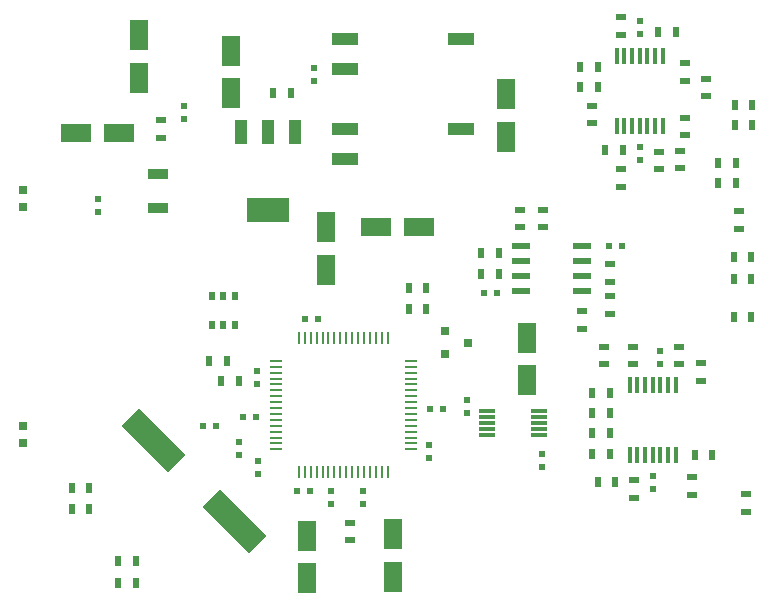
<source format=gbr>
G04 #@! TF.FileFunction,Paste,Top*
%FSLAX46Y46*%
G04 Gerber Fmt 4.6, Leading zero omitted, Abs format (unit mm)*
G04 Created by KiCad (PCBNEW 4.0.2-stable) date 2016-08-04 16:08.03*
%MOMM*%
G01*
G04 APERTURE LIST*
%ADD10C,0.100000*%
%ADD11R,0.900000X0.500000*%
%ADD12R,3.657600X2.032000*%
%ADD13R,1.016000X2.032000*%
%ADD14R,0.500000X0.600000*%
%ADD15R,0.600000X0.500000*%
%ADD16R,0.797560X0.797560*%
%ADD17R,1.700000X0.900000*%
%ADD18R,0.500000X0.900000*%
%ADD19R,0.550000X0.800000*%
%ADD20R,0.800100X0.800100*%
%ADD21R,2.200000X1.000000*%
%ADD22R,1.400000X0.300000*%
%ADD23R,0.450000X1.450000*%
%ADD24R,1.550000X0.600000*%
%ADD25R,0.250000X1.000000*%
%ADD26R,1.000000X0.250000*%
%ADD27R,2.600960X1.600200*%
%ADD28R,1.600200X2.600960*%
G04 APERTURE END LIST*
D10*
D11*
X150800000Y-126550000D03*
X150800000Y-128050000D03*
D12*
X121800000Y-122002000D03*
D13*
X121800000Y-115398000D03*
X119514000Y-115398000D03*
X124086000Y-115398000D03*
D14*
X107400000Y-122150000D03*
X107400000Y-121050000D03*
X114700000Y-114250000D03*
X114700000Y-113150000D03*
X125700000Y-111050000D03*
X125700000Y-109950000D03*
X145000000Y-142650000D03*
X145000000Y-143750000D03*
X138700000Y-138050000D03*
X138700000Y-139150000D03*
X154400000Y-145600000D03*
X154400000Y-144500000D03*
X155050000Y-133900000D03*
X155050000Y-135000000D03*
X153300000Y-117750000D03*
X153300000Y-116650000D03*
D15*
X140150000Y-129000000D03*
X141250000Y-129000000D03*
X151800000Y-125000000D03*
X150700000Y-125000000D03*
D14*
X153300000Y-105950000D03*
X153300000Y-107050000D03*
D15*
X135550000Y-138800000D03*
X136650000Y-138800000D03*
D14*
X120900000Y-136750000D03*
X120900000Y-135650000D03*
D15*
X126050000Y-131200000D03*
X124950000Y-131200000D03*
D14*
X129900000Y-145750000D03*
X129900000Y-146850000D03*
D15*
X120850000Y-139500000D03*
X119750000Y-139500000D03*
D14*
X127200000Y-145750000D03*
X127200000Y-146850000D03*
X135500000Y-141850000D03*
X135500000Y-142950000D03*
X121000000Y-143250000D03*
X121000000Y-144350000D03*
X119400000Y-142750000D03*
X119400000Y-141650000D03*
D15*
X117450000Y-140300000D03*
X116350000Y-140300000D03*
X124250000Y-145800000D03*
X125350000Y-145800000D03*
D16*
X101100000Y-121749300D03*
X101100000Y-120250700D03*
X101100000Y-140250700D03*
X101100000Y-141749300D03*
D17*
X112550000Y-121800000D03*
X112550000Y-118900000D03*
D11*
X112800000Y-115850000D03*
X112800000Y-114350000D03*
D18*
X122250000Y-112100000D03*
X123750000Y-112100000D03*
D11*
X128750000Y-148450000D03*
X128750000Y-149950000D03*
D18*
X117850000Y-136500000D03*
X119350000Y-136500000D03*
X118350000Y-134800000D03*
X116850000Y-134800000D03*
X162850000Y-113100000D03*
X161350000Y-113100000D03*
X162850000Y-114800000D03*
X161350000Y-114800000D03*
X161450000Y-118000000D03*
X159950000Y-118000000D03*
X161450000Y-119700000D03*
X159950000Y-119700000D03*
D11*
X161700000Y-122050000D03*
X161700000Y-123550000D03*
D18*
X162750000Y-126000000D03*
X161250000Y-126000000D03*
X162750000Y-127800000D03*
X161250000Y-127800000D03*
X162750000Y-131000000D03*
X161250000Y-131000000D03*
D11*
X162300000Y-147550000D03*
X162300000Y-146050000D03*
D18*
X133750000Y-130400000D03*
X135250000Y-130400000D03*
X133750000Y-128600000D03*
X135250000Y-128600000D03*
X139850000Y-127400000D03*
X141350000Y-127400000D03*
X141350000Y-125600000D03*
X139850000Y-125600000D03*
X150750000Y-137500000D03*
X149250000Y-137500000D03*
X150750000Y-140900000D03*
X149250000Y-140900000D03*
D11*
X152700000Y-133550000D03*
X152700000Y-135050000D03*
X157700000Y-146100000D03*
X157700000Y-144600000D03*
X150300000Y-135050000D03*
X150300000Y-133550000D03*
D18*
X157950000Y-142750000D03*
X159450000Y-142750000D03*
D11*
X143200000Y-123450000D03*
X143200000Y-121950000D03*
X145100000Y-121950000D03*
X145100000Y-123450000D03*
D18*
X150750000Y-139200000D03*
X149250000Y-139200000D03*
X150750000Y-142600000D03*
X149250000Y-142600000D03*
D11*
X152800000Y-146350000D03*
X152800000Y-144850000D03*
X156650000Y-133550000D03*
X156650000Y-135050000D03*
D18*
X151250000Y-145000000D03*
X149750000Y-145000000D03*
D11*
X158450000Y-136450000D03*
X158450000Y-134950000D03*
X148400000Y-130550000D03*
X148400000Y-132050000D03*
X150800000Y-130750000D03*
X150800000Y-129250000D03*
X149300000Y-114650000D03*
X149300000Y-113150000D03*
D18*
X149750000Y-109900000D03*
X148250000Y-109900000D03*
X149750000Y-111600000D03*
X148250000Y-111600000D03*
D11*
X151700000Y-118550000D03*
X151700000Y-120050000D03*
D18*
X156350000Y-106900000D03*
X154850000Y-106900000D03*
X150350000Y-116900000D03*
X151850000Y-116900000D03*
D11*
X157100000Y-111050000D03*
X157100000Y-109550000D03*
X156700000Y-116950000D03*
X156700000Y-118450000D03*
X151700000Y-107150000D03*
X151700000Y-105650000D03*
X154900000Y-117050000D03*
X154900000Y-118550000D03*
X158900000Y-112350000D03*
X158900000Y-110850000D03*
X157100000Y-114150000D03*
X157100000Y-115650000D03*
D18*
X110650000Y-153550000D03*
X109150000Y-153550000D03*
X110650000Y-151700000D03*
X109150000Y-151700000D03*
X106700000Y-147300000D03*
X105200000Y-147300000D03*
X106700000Y-145500000D03*
X105200000Y-145500000D03*
D19*
X117100000Y-129300000D03*
X118050000Y-129300000D03*
X119000000Y-129300000D03*
X119000000Y-131700000D03*
X118050000Y-131700000D03*
X117100000Y-131700000D03*
D20*
X136799240Y-132250000D03*
X136799240Y-134150000D03*
X138798220Y-133200000D03*
D21*
X128340000Y-117700000D03*
X128340000Y-115160000D03*
X128340000Y-110080000D03*
X128340000Y-107540000D03*
X138160000Y-115160000D03*
X138160000Y-107540000D03*
D22*
X144800000Y-141000000D03*
X144800000Y-140500000D03*
X144800000Y-140000000D03*
X144800000Y-139500000D03*
X144800000Y-139000000D03*
X140400000Y-139000000D03*
X140400000Y-139500000D03*
X140400000Y-140000000D03*
X140400000Y-140500000D03*
X140400000Y-141000000D03*
D23*
X152450000Y-142700000D03*
X153100000Y-142700000D03*
X153750000Y-142700000D03*
X154400000Y-142700000D03*
X155050000Y-142700000D03*
X155700000Y-142700000D03*
X156350000Y-142700000D03*
X156350000Y-136800000D03*
X155700000Y-136800000D03*
X155050000Y-136800000D03*
X154400000Y-136800000D03*
X153750000Y-136800000D03*
X153100000Y-136800000D03*
X152450000Y-136800000D03*
D24*
X143250000Y-125045000D03*
X143250000Y-126315000D03*
X143250000Y-127585000D03*
X143250000Y-128855000D03*
X148400000Y-128855000D03*
X148400000Y-127585000D03*
X148400000Y-126315000D03*
X148400000Y-125045000D03*
D23*
X151350000Y-114850000D03*
X152000000Y-114850000D03*
X152650000Y-114850000D03*
X153300000Y-114850000D03*
X153950000Y-114850000D03*
X154600000Y-114850000D03*
X155250000Y-114850000D03*
X155250000Y-108950000D03*
X154600000Y-108950000D03*
X153950000Y-108950000D03*
X153300000Y-108950000D03*
X152650000Y-108950000D03*
X152000000Y-108950000D03*
X151350000Y-108950000D03*
D25*
X124450000Y-144200000D03*
X124950000Y-144200000D03*
X125450000Y-144200000D03*
X125950000Y-144200000D03*
X126450000Y-144200000D03*
X126950000Y-144200000D03*
X127450000Y-144200000D03*
X127950000Y-144200000D03*
X128450000Y-144200000D03*
X128950000Y-144200000D03*
X129450000Y-144200000D03*
X129950000Y-144200000D03*
X130450000Y-144200000D03*
X130950000Y-144200000D03*
X131450000Y-144200000D03*
X131950000Y-144200000D03*
D26*
X133900000Y-142250000D03*
X133900000Y-141750000D03*
X133900000Y-141250000D03*
X133900000Y-140750000D03*
X133900000Y-140250000D03*
X133900000Y-139750000D03*
X133900000Y-139250000D03*
X133900000Y-138750000D03*
X133900000Y-138250000D03*
X133900000Y-137750000D03*
X133900000Y-137250000D03*
X133900000Y-136750000D03*
X133900000Y-136250000D03*
X133900000Y-135750000D03*
X133900000Y-135250000D03*
X133900000Y-134750000D03*
D25*
X131950000Y-132800000D03*
X131450000Y-132800000D03*
X130950000Y-132800000D03*
X130450000Y-132800000D03*
X129950000Y-132800000D03*
X129450000Y-132800000D03*
X128950000Y-132800000D03*
X128450000Y-132800000D03*
X127950000Y-132800000D03*
X127450000Y-132800000D03*
X126950000Y-132800000D03*
X126450000Y-132800000D03*
X125950000Y-132800000D03*
X125450000Y-132800000D03*
X124950000Y-132800000D03*
X124450000Y-132800000D03*
D26*
X122500000Y-134750000D03*
X122500000Y-135250000D03*
X122500000Y-135750000D03*
X122500000Y-136250000D03*
X122500000Y-136750000D03*
X122500000Y-137250000D03*
X122500000Y-137750000D03*
X122500000Y-138250000D03*
X122500000Y-138750000D03*
X122500000Y-139250000D03*
X122500000Y-139750000D03*
X122500000Y-140250000D03*
X122500000Y-140750000D03*
X122500000Y-141250000D03*
X122500000Y-141750000D03*
X122500000Y-142250000D03*
D10*
G36*
X121701476Y-149566141D02*
X120216141Y-151051476D01*
X116255848Y-147091183D01*
X117741183Y-145605848D01*
X121701476Y-149566141D01*
X121701476Y-149566141D01*
G37*
G36*
X114844152Y-142708817D02*
X113358817Y-144194152D01*
X109398524Y-140233859D01*
X110883859Y-138748524D01*
X114844152Y-142708817D01*
X114844152Y-142708817D01*
G37*
D27*
X109200860Y-115500000D03*
X105599140Y-115500000D03*
D28*
X110900000Y-110800860D03*
X110900000Y-107199140D03*
X118700000Y-112100860D03*
X118700000Y-108499140D03*
X142000000Y-115800860D03*
X142000000Y-112199140D03*
D27*
X130999140Y-123400000D03*
X134600860Y-123400000D03*
D28*
X143750000Y-136400860D03*
X143750000Y-132799140D03*
X126700000Y-127050860D03*
X126700000Y-123449140D03*
X132450000Y-149449140D03*
X132450000Y-153050860D03*
X125150000Y-149549140D03*
X125150000Y-153150860D03*
M02*

</source>
